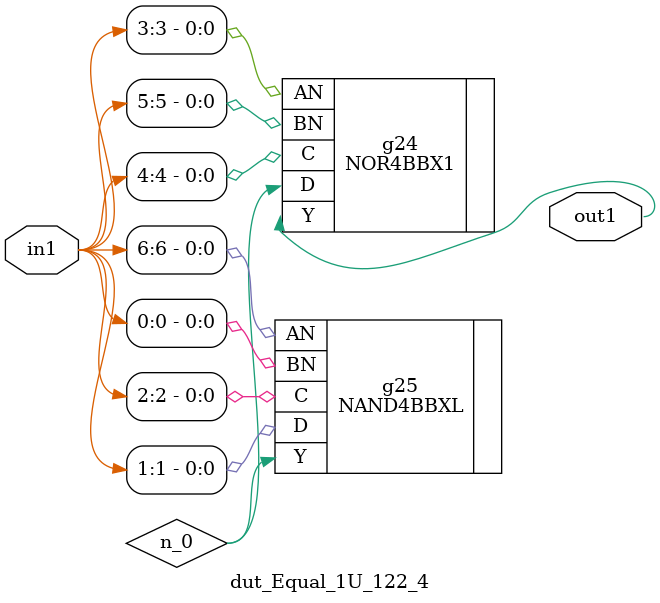
<source format=v>
`timescale 1ps / 1ps


module dut_Equal_1U_122_4(in1, out1);
  input [6:0] in1;
  output out1;
  wire [6:0] in1;
  wire out1;
  wire n_0;
  NOR4BBX1 g24(.AN (in1[3]), .BN (in1[5]), .C (in1[4]), .D (n_0), .Y
       (out1));
  NAND4BBXL g25(.AN (in1[6]), .BN (in1[0]), .C (in1[2]), .D (in1[1]),
       .Y (n_0));
endmodule



</source>
